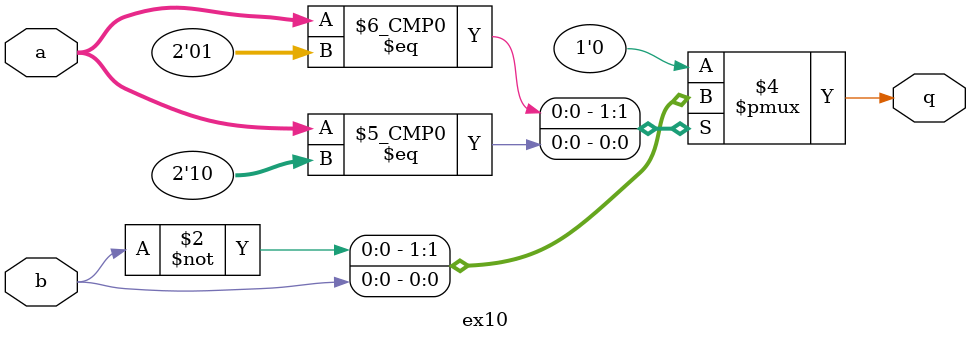
<source format=sv>
module ex10(output logic q, input logic [1:0] a, input logic b);
    always_comb begin
        case (a)
            1: q = ~b;
            2: q = b;
            default: q = 0;
        endcase
    end
endmodule

</source>
